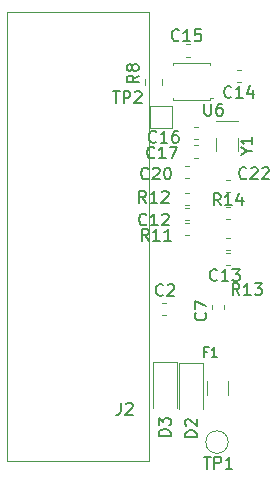
<source format=gbr>
G04 #@! TF.GenerationSoftware,KiCad,Pcbnew,(5.1.4)-1*
G04 #@! TF.CreationDate,2019-12-23T16:34:00-07:00*
G04 #@! TF.ProjectId,CruiseController,43727569-7365-4436-9f6e-74726f6c6c65,rev?*
G04 #@! TF.SameCoordinates,Original*
G04 #@! TF.FileFunction,Legend,Top*
G04 #@! TF.FilePolarity,Positive*
%FSLAX46Y46*%
G04 Gerber Fmt 4.6, Leading zero omitted, Abs format (unit mm)*
G04 Created by KiCad (PCBNEW (5.1.4)-1) date 2019-12-23 16:34:00*
%MOMM*%
%LPD*%
G04 APERTURE LIST*
%ADD10C,0.120000*%
%ADD11C,0.150000*%
G04 APERTURE END LIST*
D10*
X112000000Y-70000000D02*
X100000000Y-70000000D01*
X112000000Y-108000000D02*
X112000000Y-70000000D01*
X100000000Y-108000000D02*
X112000000Y-108000000D01*
X100000000Y-70000000D02*
X100000000Y-108000000D01*
X111640000Y-75641422D02*
X111640000Y-76158578D01*
X113060000Y-75641422D02*
X113060000Y-76158578D01*
X112050000Y-79850000D02*
X112050000Y-77950000D01*
X113950000Y-79850000D02*
X112050000Y-79850000D01*
X113950000Y-77950000D02*
X113950000Y-79850000D01*
X112050000Y-77950000D02*
X113950000Y-77950000D01*
X118700000Y-106400000D02*
G75*
G03X118700000Y-106400000I-950000J0D01*
G01*
X114350000Y-99650000D02*
X114350000Y-103550000D01*
X112350000Y-99650000D02*
X112350000Y-103550000D01*
X114350000Y-99650000D02*
X112350000Y-99650000D01*
X113462779Y-94590000D02*
X113137221Y-94590000D01*
X113462779Y-95610000D02*
X113137221Y-95610000D01*
X115849721Y-80710000D02*
X116175279Y-80710000D01*
X115849721Y-79690000D02*
X116175279Y-79690000D01*
X115037221Y-86310000D02*
X115362779Y-86310000D01*
X115037221Y-85290000D02*
X115362779Y-85290000D01*
X115362779Y-87890000D02*
X115037221Y-87890000D01*
X115362779Y-88910000D02*
X115037221Y-88910000D01*
X118524721Y-87510000D02*
X118850279Y-87510000D01*
X118524721Y-86490000D02*
X118850279Y-86490000D01*
X118862779Y-84240000D02*
X118537221Y-84240000D01*
X118862779Y-85260000D02*
X118537221Y-85260000D01*
X119437221Y-75910000D02*
X119762779Y-75910000D01*
X119437221Y-74890000D02*
X119762779Y-74890000D01*
X115837221Y-82310000D02*
X116162779Y-82310000D01*
X115837221Y-81290000D02*
X116162779Y-81290000D01*
X119500000Y-79250000D02*
X117700000Y-79250000D01*
X117650000Y-80650000D02*
X117650000Y-81750000D01*
X119550000Y-80650000D02*
X119550000Y-81750000D01*
X118850279Y-90390000D02*
X118524721Y-90390000D01*
X118850279Y-91410000D02*
X118524721Y-91410000D01*
X115362779Y-82990000D02*
X115037221Y-82990000D01*
X115362779Y-84010000D02*
X115037221Y-84010000D01*
X114040000Y-77460000D02*
X114040000Y-77310000D01*
X117160000Y-77460000D02*
X117160000Y-77310000D01*
X117160000Y-74340000D02*
X117160000Y-74490000D01*
X117160000Y-77460000D02*
X114040000Y-77460000D01*
X117160000Y-74340000D02*
X114040000Y-74340000D01*
X114040000Y-74340000D02*
X114040000Y-74490000D01*
X117160000Y-77310000D02*
X117420000Y-77310000D01*
X115149721Y-73760000D02*
X115475279Y-73760000D01*
X115149721Y-72740000D02*
X115475279Y-72740000D01*
X115350279Y-86590000D02*
X115024721Y-86590000D01*
X115350279Y-87610000D02*
X115024721Y-87610000D01*
X118310000Y-95162779D02*
X118310000Y-94837221D01*
X117290000Y-95162779D02*
X117290000Y-94837221D01*
X118850279Y-89090000D02*
X118524721Y-89090000D01*
X118850279Y-90110000D02*
X118524721Y-90110000D01*
X116550000Y-99700000D02*
X116550000Y-103600000D01*
X114550000Y-99700000D02*
X114550000Y-103600000D01*
X116550000Y-99700000D02*
X114550000Y-99700000D01*
X118710000Y-102402064D02*
X118710000Y-101197936D01*
X116890000Y-102402064D02*
X116890000Y-101197936D01*
D11*
X109616666Y-103077380D02*
X109616666Y-103791666D01*
X109569047Y-103934523D01*
X109473809Y-104029761D01*
X109330952Y-104077380D01*
X109235714Y-104077380D01*
X110045238Y-103172619D02*
X110092857Y-103125000D01*
X110188095Y-103077380D01*
X110426190Y-103077380D01*
X110521428Y-103125000D01*
X110569047Y-103172619D01*
X110616666Y-103267857D01*
X110616666Y-103363095D01*
X110569047Y-103505952D01*
X109997619Y-104077380D01*
X110616666Y-104077380D01*
X111127380Y-75366666D02*
X110651190Y-75700000D01*
X111127380Y-75938095D02*
X110127380Y-75938095D01*
X110127380Y-75557142D01*
X110175000Y-75461904D01*
X110222619Y-75414285D01*
X110317857Y-75366666D01*
X110460714Y-75366666D01*
X110555952Y-75414285D01*
X110603571Y-75461904D01*
X110651190Y-75557142D01*
X110651190Y-75938095D01*
X110555952Y-74795238D02*
X110508333Y-74890476D01*
X110460714Y-74938095D01*
X110365476Y-74985714D01*
X110317857Y-74985714D01*
X110222619Y-74938095D01*
X110175000Y-74890476D01*
X110127380Y-74795238D01*
X110127380Y-74604761D01*
X110175000Y-74509523D01*
X110222619Y-74461904D01*
X110317857Y-74414285D01*
X110365476Y-74414285D01*
X110460714Y-74461904D01*
X110508333Y-74509523D01*
X110555952Y-74604761D01*
X110555952Y-74795238D01*
X110603571Y-74890476D01*
X110651190Y-74938095D01*
X110746428Y-74985714D01*
X110936904Y-74985714D01*
X111032142Y-74938095D01*
X111079761Y-74890476D01*
X111127380Y-74795238D01*
X111127380Y-74604761D01*
X111079761Y-74509523D01*
X111032142Y-74461904D01*
X110936904Y-74414285D01*
X110746428Y-74414285D01*
X110651190Y-74461904D01*
X110603571Y-74509523D01*
X110555952Y-74604761D01*
X108938095Y-76704380D02*
X109509523Y-76704380D01*
X109223809Y-77704380D02*
X109223809Y-76704380D01*
X109842857Y-77704380D02*
X109842857Y-76704380D01*
X110223809Y-76704380D01*
X110319047Y-76752000D01*
X110366666Y-76799619D01*
X110414285Y-76894857D01*
X110414285Y-77037714D01*
X110366666Y-77132952D01*
X110319047Y-77180571D01*
X110223809Y-77228190D01*
X109842857Y-77228190D01*
X110795238Y-76799619D02*
X110842857Y-76752000D01*
X110938095Y-76704380D01*
X111176190Y-76704380D01*
X111271428Y-76752000D01*
X111319047Y-76799619D01*
X111366666Y-76894857D01*
X111366666Y-76990095D01*
X111319047Y-77132952D01*
X110747619Y-77704380D01*
X111366666Y-77704380D01*
X116638095Y-107652380D02*
X117209523Y-107652380D01*
X116923809Y-108652380D02*
X116923809Y-107652380D01*
X117542857Y-108652380D02*
X117542857Y-107652380D01*
X117923809Y-107652380D01*
X118019047Y-107700000D01*
X118066666Y-107747619D01*
X118114285Y-107842857D01*
X118114285Y-107985714D01*
X118066666Y-108080952D01*
X118019047Y-108128571D01*
X117923809Y-108176190D01*
X117542857Y-108176190D01*
X119066666Y-108652380D02*
X118495238Y-108652380D01*
X118780952Y-108652380D02*
X118780952Y-107652380D01*
X118685714Y-107795238D01*
X118590476Y-107890476D01*
X118495238Y-107938095D01*
X113827380Y-105888095D02*
X112827380Y-105888095D01*
X112827380Y-105650000D01*
X112875000Y-105507142D01*
X112970238Y-105411904D01*
X113065476Y-105364285D01*
X113255952Y-105316666D01*
X113398809Y-105316666D01*
X113589285Y-105364285D01*
X113684523Y-105411904D01*
X113779761Y-105507142D01*
X113827380Y-105650000D01*
X113827380Y-105888095D01*
X112827380Y-104983333D02*
X112827380Y-104364285D01*
X113208333Y-104697619D01*
X113208333Y-104554761D01*
X113255952Y-104459523D01*
X113303571Y-104411904D01*
X113398809Y-104364285D01*
X113636904Y-104364285D01*
X113732142Y-104411904D01*
X113779761Y-104459523D01*
X113827380Y-104554761D01*
X113827380Y-104840476D01*
X113779761Y-104935714D01*
X113732142Y-104983333D01*
X113195833Y-93932142D02*
X113148214Y-93979761D01*
X113005357Y-94027380D01*
X112910119Y-94027380D01*
X112767261Y-93979761D01*
X112672023Y-93884523D01*
X112624404Y-93789285D01*
X112576785Y-93598809D01*
X112576785Y-93455952D01*
X112624404Y-93265476D01*
X112672023Y-93170238D01*
X112767261Y-93075000D01*
X112910119Y-93027380D01*
X113005357Y-93027380D01*
X113148214Y-93075000D01*
X113195833Y-93122619D01*
X113576785Y-93122619D02*
X113624404Y-93075000D01*
X113719642Y-93027380D01*
X113957738Y-93027380D01*
X114052976Y-93075000D01*
X114100595Y-93122619D01*
X114148214Y-93217857D01*
X114148214Y-93313095D01*
X114100595Y-93455952D01*
X113529166Y-94027380D01*
X114148214Y-94027380D01*
X112607142Y-80957142D02*
X112559523Y-81004761D01*
X112416666Y-81052380D01*
X112321428Y-81052380D01*
X112178571Y-81004761D01*
X112083333Y-80909523D01*
X112035714Y-80814285D01*
X111988095Y-80623809D01*
X111988095Y-80480952D01*
X112035714Y-80290476D01*
X112083333Y-80195238D01*
X112178571Y-80100000D01*
X112321428Y-80052380D01*
X112416666Y-80052380D01*
X112559523Y-80100000D01*
X112607142Y-80147619D01*
X113559523Y-81052380D02*
X112988095Y-81052380D01*
X113273809Y-81052380D02*
X113273809Y-80052380D01*
X113178571Y-80195238D01*
X113083333Y-80290476D01*
X112988095Y-80338095D01*
X114416666Y-80052380D02*
X114226190Y-80052380D01*
X114130952Y-80100000D01*
X114083333Y-80147619D01*
X113988095Y-80290476D01*
X113940476Y-80480952D01*
X113940476Y-80861904D01*
X113988095Y-80957142D01*
X114035714Y-81004761D01*
X114130952Y-81052380D01*
X114321428Y-81052380D01*
X114416666Y-81004761D01*
X114464285Y-80957142D01*
X114511904Y-80861904D01*
X114511904Y-80623809D01*
X114464285Y-80528571D01*
X114416666Y-80480952D01*
X114321428Y-80433333D01*
X114130952Y-80433333D01*
X114035714Y-80480952D01*
X113988095Y-80528571D01*
X113940476Y-80623809D01*
X111744642Y-86152380D02*
X111411309Y-85676190D01*
X111173214Y-86152380D02*
X111173214Y-85152380D01*
X111554166Y-85152380D01*
X111649404Y-85200000D01*
X111697023Y-85247619D01*
X111744642Y-85342857D01*
X111744642Y-85485714D01*
X111697023Y-85580952D01*
X111649404Y-85628571D01*
X111554166Y-85676190D01*
X111173214Y-85676190D01*
X112697023Y-86152380D02*
X112125595Y-86152380D01*
X112411309Y-86152380D02*
X112411309Y-85152380D01*
X112316071Y-85295238D01*
X112220833Y-85390476D01*
X112125595Y-85438095D01*
X113077976Y-85247619D02*
X113125595Y-85200000D01*
X113220833Y-85152380D01*
X113458928Y-85152380D01*
X113554166Y-85200000D01*
X113601785Y-85247619D01*
X113649404Y-85342857D01*
X113649404Y-85438095D01*
X113601785Y-85580952D01*
X113030357Y-86152380D01*
X113649404Y-86152380D01*
X111957142Y-89352380D02*
X111623809Y-88876190D01*
X111385714Y-89352380D02*
X111385714Y-88352380D01*
X111766666Y-88352380D01*
X111861904Y-88400000D01*
X111909523Y-88447619D01*
X111957142Y-88542857D01*
X111957142Y-88685714D01*
X111909523Y-88780952D01*
X111861904Y-88828571D01*
X111766666Y-88876190D01*
X111385714Y-88876190D01*
X112909523Y-89352380D02*
X112338095Y-89352380D01*
X112623809Y-89352380D02*
X112623809Y-88352380D01*
X112528571Y-88495238D01*
X112433333Y-88590476D01*
X112338095Y-88638095D01*
X113861904Y-89352380D02*
X113290476Y-89352380D01*
X113576190Y-89352380D02*
X113576190Y-88352380D01*
X113480952Y-88495238D01*
X113385714Y-88590476D01*
X113290476Y-88638095D01*
X118057142Y-86352380D02*
X117723809Y-85876190D01*
X117485714Y-86352380D02*
X117485714Y-85352380D01*
X117866666Y-85352380D01*
X117961904Y-85400000D01*
X118009523Y-85447619D01*
X118057142Y-85542857D01*
X118057142Y-85685714D01*
X118009523Y-85780952D01*
X117961904Y-85828571D01*
X117866666Y-85876190D01*
X117485714Y-85876190D01*
X119009523Y-86352380D02*
X118438095Y-86352380D01*
X118723809Y-86352380D02*
X118723809Y-85352380D01*
X118628571Y-85495238D01*
X118533333Y-85590476D01*
X118438095Y-85638095D01*
X119866666Y-85685714D02*
X119866666Y-86352380D01*
X119628571Y-85304761D02*
X119390476Y-86019047D01*
X120009523Y-86019047D01*
X120249173Y-84046482D02*
X120201554Y-84094101D01*
X120058697Y-84141720D01*
X119963459Y-84141720D01*
X119820602Y-84094101D01*
X119725364Y-83998863D01*
X119677745Y-83903625D01*
X119630126Y-83713149D01*
X119630126Y-83570292D01*
X119677745Y-83379816D01*
X119725364Y-83284578D01*
X119820602Y-83189340D01*
X119963459Y-83141720D01*
X120058697Y-83141720D01*
X120201554Y-83189340D01*
X120249173Y-83236959D01*
X120630126Y-83236959D02*
X120677745Y-83189340D01*
X120772983Y-83141720D01*
X121011078Y-83141720D01*
X121106316Y-83189340D01*
X121153935Y-83236959D01*
X121201554Y-83332197D01*
X121201554Y-83427435D01*
X121153935Y-83570292D01*
X120582507Y-84141720D01*
X121201554Y-84141720D01*
X121582507Y-83236959D02*
X121630126Y-83189340D01*
X121725364Y-83141720D01*
X121963459Y-83141720D01*
X122058697Y-83189340D01*
X122106316Y-83236959D01*
X122153935Y-83332197D01*
X122153935Y-83427435D01*
X122106316Y-83570292D01*
X121534888Y-84141720D01*
X122153935Y-84141720D01*
X118969642Y-77157142D02*
X118922023Y-77204761D01*
X118779166Y-77252380D01*
X118683928Y-77252380D01*
X118541071Y-77204761D01*
X118445833Y-77109523D01*
X118398214Y-77014285D01*
X118350595Y-76823809D01*
X118350595Y-76680952D01*
X118398214Y-76490476D01*
X118445833Y-76395238D01*
X118541071Y-76300000D01*
X118683928Y-76252380D01*
X118779166Y-76252380D01*
X118922023Y-76300000D01*
X118969642Y-76347619D01*
X119922023Y-77252380D02*
X119350595Y-77252380D01*
X119636309Y-77252380D02*
X119636309Y-76252380D01*
X119541071Y-76395238D01*
X119445833Y-76490476D01*
X119350595Y-76538095D01*
X120779166Y-76585714D02*
X120779166Y-77252380D01*
X120541071Y-76204761D02*
X120302976Y-76919047D01*
X120922023Y-76919047D01*
X112457142Y-82282142D02*
X112409523Y-82329761D01*
X112266666Y-82377380D01*
X112171428Y-82377380D01*
X112028571Y-82329761D01*
X111933333Y-82234523D01*
X111885714Y-82139285D01*
X111838095Y-81948809D01*
X111838095Y-81805952D01*
X111885714Y-81615476D01*
X111933333Y-81520238D01*
X112028571Y-81425000D01*
X112171428Y-81377380D01*
X112266666Y-81377380D01*
X112409523Y-81425000D01*
X112457142Y-81472619D01*
X113409523Y-82377380D02*
X112838095Y-82377380D01*
X113123809Y-82377380D02*
X113123809Y-81377380D01*
X113028571Y-81520238D01*
X112933333Y-81615476D01*
X112838095Y-81663095D01*
X113742857Y-81377380D02*
X114409523Y-81377380D01*
X113980952Y-82377380D01*
X120276190Y-81776190D02*
X120752380Y-81776190D01*
X119752380Y-82109523D02*
X120276190Y-81776190D01*
X119752380Y-81442857D01*
X120752380Y-80585714D02*
X120752380Y-81157142D01*
X120752380Y-80871428D02*
X119752380Y-80871428D01*
X119895238Y-80966666D01*
X119990476Y-81061904D01*
X120038095Y-81157142D01*
X119657142Y-93952380D02*
X119323809Y-93476190D01*
X119085714Y-93952380D02*
X119085714Y-92952380D01*
X119466666Y-92952380D01*
X119561904Y-93000000D01*
X119609523Y-93047619D01*
X119657142Y-93142857D01*
X119657142Y-93285714D01*
X119609523Y-93380952D01*
X119561904Y-93428571D01*
X119466666Y-93476190D01*
X119085714Y-93476190D01*
X120609523Y-93952380D02*
X120038095Y-93952380D01*
X120323809Y-93952380D02*
X120323809Y-92952380D01*
X120228571Y-93095238D01*
X120133333Y-93190476D01*
X120038095Y-93238095D01*
X120942857Y-92952380D02*
X121561904Y-92952380D01*
X121228571Y-93333333D01*
X121371428Y-93333333D01*
X121466666Y-93380952D01*
X121514285Y-93428571D01*
X121561904Y-93523809D01*
X121561904Y-93761904D01*
X121514285Y-93857142D01*
X121466666Y-93904761D01*
X121371428Y-93952380D01*
X121085714Y-93952380D01*
X120990476Y-93904761D01*
X120942857Y-93857142D01*
X111940847Y-84069274D02*
X111893228Y-84116893D01*
X111750371Y-84164512D01*
X111655133Y-84164512D01*
X111512276Y-84116893D01*
X111417038Y-84021655D01*
X111369419Y-83926417D01*
X111321800Y-83735941D01*
X111321800Y-83593084D01*
X111369419Y-83402608D01*
X111417038Y-83307370D01*
X111512276Y-83212132D01*
X111655133Y-83164512D01*
X111750371Y-83164512D01*
X111893228Y-83212132D01*
X111940847Y-83259751D01*
X112321800Y-83259751D02*
X112369419Y-83212132D01*
X112464657Y-83164512D01*
X112702752Y-83164512D01*
X112797990Y-83212132D01*
X112845609Y-83259751D01*
X112893228Y-83354989D01*
X112893228Y-83450227D01*
X112845609Y-83593084D01*
X112274181Y-84164512D01*
X112893228Y-84164512D01*
X113512276Y-83164512D02*
X113607514Y-83164512D01*
X113702752Y-83212132D01*
X113750371Y-83259751D01*
X113797990Y-83354989D01*
X113845609Y-83545465D01*
X113845609Y-83783560D01*
X113797990Y-83974036D01*
X113750371Y-84069274D01*
X113702752Y-84116893D01*
X113607514Y-84164512D01*
X113512276Y-84164512D01*
X113417038Y-84116893D01*
X113369419Y-84069274D01*
X113321800Y-83974036D01*
X113274181Y-83783560D01*
X113274181Y-83545465D01*
X113321800Y-83354989D01*
X113369419Y-83259751D01*
X113417038Y-83212132D01*
X113512276Y-83164512D01*
X116688095Y-77752380D02*
X116688095Y-78561904D01*
X116735714Y-78657142D01*
X116783333Y-78704761D01*
X116878571Y-78752380D01*
X117069047Y-78752380D01*
X117164285Y-78704761D01*
X117211904Y-78657142D01*
X117259523Y-78561904D01*
X117259523Y-77752380D01*
X118164285Y-77752380D02*
X117973809Y-77752380D01*
X117878571Y-77800000D01*
X117830952Y-77847619D01*
X117735714Y-77990476D01*
X117688095Y-78180952D01*
X117688095Y-78561904D01*
X117735714Y-78657142D01*
X117783333Y-78704761D01*
X117878571Y-78752380D01*
X118069047Y-78752380D01*
X118164285Y-78704761D01*
X118211904Y-78657142D01*
X118259523Y-78561904D01*
X118259523Y-78323809D01*
X118211904Y-78228571D01*
X118164285Y-78180952D01*
X118069047Y-78133333D01*
X117878571Y-78133333D01*
X117783333Y-78180952D01*
X117735714Y-78228571D01*
X117688095Y-78323809D01*
X114532142Y-72357142D02*
X114484523Y-72404761D01*
X114341666Y-72452380D01*
X114246428Y-72452380D01*
X114103571Y-72404761D01*
X114008333Y-72309523D01*
X113960714Y-72214285D01*
X113913095Y-72023809D01*
X113913095Y-71880952D01*
X113960714Y-71690476D01*
X114008333Y-71595238D01*
X114103571Y-71500000D01*
X114246428Y-71452380D01*
X114341666Y-71452380D01*
X114484523Y-71500000D01*
X114532142Y-71547619D01*
X115484523Y-72452380D02*
X114913095Y-72452380D01*
X115198809Y-72452380D02*
X115198809Y-71452380D01*
X115103571Y-71595238D01*
X115008333Y-71690476D01*
X114913095Y-71738095D01*
X116389285Y-71452380D02*
X115913095Y-71452380D01*
X115865476Y-71928571D01*
X115913095Y-71880952D01*
X116008333Y-71833333D01*
X116246428Y-71833333D01*
X116341666Y-71880952D01*
X116389285Y-71928571D01*
X116436904Y-72023809D01*
X116436904Y-72261904D01*
X116389285Y-72357142D01*
X116341666Y-72404761D01*
X116246428Y-72452380D01*
X116008333Y-72452380D01*
X115913095Y-72404761D01*
X115865476Y-72357142D01*
X111782142Y-87957142D02*
X111734523Y-88004761D01*
X111591666Y-88052380D01*
X111496428Y-88052380D01*
X111353571Y-88004761D01*
X111258333Y-87909523D01*
X111210714Y-87814285D01*
X111163095Y-87623809D01*
X111163095Y-87480952D01*
X111210714Y-87290476D01*
X111258333Y-87195238D01*
X111353571Y-87100000D01*
X111496428Y-87052380D01*
X111591666Y-87052380D01*
X111734523Y-87100000D01*
X111782142Y-87147619D01*
X112734523Y-88052380D02*
X112163095Y-88052380D01*
X112448809Y-88052380D02*
X112448809Y-87052380D01*
X112353571Y-87195238D01*
X112258333Y-87290476D01*
X112163095Y-87338095D01*
X113115476Y-87147619D02*
X113163095Y-87100000D01*
X113258333Y-87052380D01*
X113496428Y-87052380D01*
X113591666Y-87100000D01*
X113639285Y-87147619D01*
X113686904Y-87242857D01*
X113686904Y-87338095D01*
X113639285Y-87480952D01*
X113067857Y-88052380D01*
X113686904Y-88052380D01*
X116757142Y-95466666D02*
X116804761Y-95514285D01*
X116852380Y-95657142D01*
X116852380Y-95752380D01*
X116804761Y-95895238D01*
X116709523Y-95990476D01*
X116614285Y-96038095D01*
X116423809Y-96085714D01*
X116280952Y-96085714D01*
X116090476Y-96038095D01*
X115995238Y-95990476D01*
X115900000Y-95895238D01*
X115852380Y-95752380D01*
X115852380Y-95657142D01*
X115900000Y-95514285D01*
X115947619Y-95466666D01*
X115852380Y-95133333D02*
X115852380Y-94466666D01*
X116852380Y-94895238D01*
X117757142Y-92657142D02*
X117709523Y-92704761D01*
X117566666Y-92752380D01*
X117471428Y-92752380D01*
X117328571Y-92704761D01*
X117233333Y-92609523D01*
X117185714Y-92514285D01*
X117138095Y-92323809D01*
X117138095Y-92180952D01*
X117185714Y-91990476D01*
X117233333Y-91895238D01*
X117328571Y-91800000D01*
X117471428Y-91752380D01*
X117566666Y-91752380D01*
X117709523Y-91800000D01*
X117757142Y-91847619D01*
X118709523Y-92752380D02*
X118138095Y-92752380D01*
X118423809Y-92752380D02*
X118423809Y-91752380D01*
X118328571Y-91895238D01*
X118233333Y-91990476D01*
X118138095Y-92038095D01*
X119042857Y-91752380D02*
X119661904Y-91752380D01*
X119328571Y-92133333D01*
X119471428Y-92133333D01*
X119566666Y-92180952D01*
X119614285Y-92228571D01*
X119661904Y-92323809D01*
X119661904Y-92561904D01*
X119614285Y-92657142D01*
X119566666Y-92704761D01*
X119471428Y-92752380D01*
X119185714Y-92752380D01*
X119090476Y-92704761D01*
X119042857Y-92657142D01*
X116052380Y-105988095D02*
X115052380Y-105988095D01*
X115052380Y-105750000D01*
X115100000Y-105607142D01*
X115195238Y-105511904D01*
X115290476Y-105464285D01*
X115480952Y-105416666D01*
X115623809Y-105416666D01*
X115814285Y-105464285D01*
X115909523Y-105511904D01*
X116004761Y-105607142D01*
X116052380Y-105750000D01*
X116052380Y-105988095D01*
X115147619Y-105035714D02*
X115100000Y-104988095D01*
X115052380Y-104892857D01*
X115052380Y-104654761D01*
X115100000Y-104559523D01*
X115147619Y-104511904D01*
X115242857Y-104464285D01*
X115338095Y-104464285D01*
X115480952Y-104511904D01*
X116052380Y-105083333D01*
X116052380Y-104464285D01*
X116933333Y-98742857D02*
X116666666Y-98742857D01*
X116666666Y-99161904D02*
X116666666Y-98361904D01*
X117047619Y-98361904D01*
X117771428Y-99161904D02*
X117314285Y-99161904D01*
X117542857Y-99161904D02*
X117542857Y-98361904D01*
X117466666Y-98476190D01*
X117390476Y-98552380D01*
X117314285Y-98590476D01*
M02*

</source>
